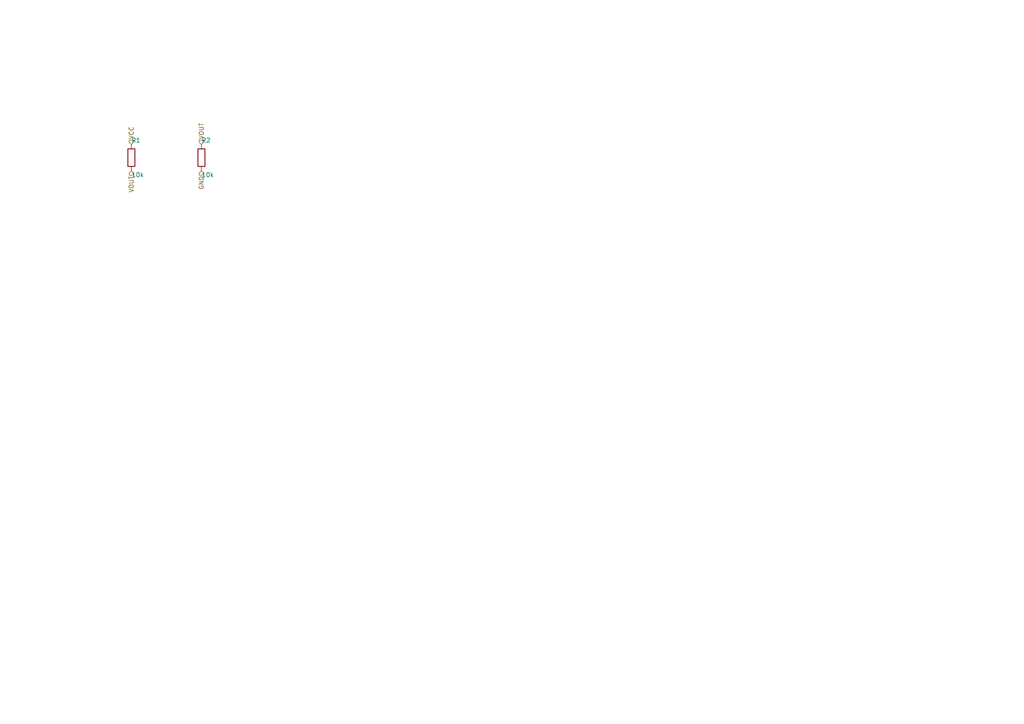
<source format=kicad_sch>
(kicad_sch (version 20250114) (generator "kicad_api") (generator_version "9.0")
  (paper "A4")
  (lib_symbols
    (symbol "Device:R" (pin_numbers hide) (pin_names (offset 0.254))
      (property "Reference" "R" (at 0 0 0))
      (property "Value" "R" (at 0 -2.54 0))
      (symbol "R_0_1"
        (rectangle (start -1.016 -2.54) (end 1.016 2.54) (stroke (width 0.254)))
      )
      (symbol "R_1_1"
        (pin passive line (at 0.0 3.81 270.0) (length 1.27) (name ~) (number "1"))
        (pin passive line (at 0.0 -3.81 90.0) (length 1.27) (name ~) (number "2"))
      )
    )
  )
  (title_block (title auto_update_demo) (date 2025-08-04) (company Circuit-Synth))
  (symbol (lib_id "Device:R") (at 38.1 45.72 0) (unit 1)
    (property "Reference" "R1" (at 38.1 40.72 0) (effects (justify left)))
    (property "Value" "10k" (at 38.1 50.72 0) (effects (justify left)))
    (property "Footprint" "Resistor_SMD:R_0603_1608Metric" (effects (hide yes)))
  )
  (symbol (lib_id "Device:R") (at 58.42 45.72 0) (unit 1)
    (property "Reference" "R2" (at 58.42 40.72 0) (effects (justify left)))
    (property "Value" "10k" (at 58.42 50.72 0) (effects (justify left)))
    (property "Footprint" "Resistor_SMD:R_0603_1608Metric" (effects (hide yes)))
  )
  (hierarchical_label VCC (shape input) (at 38.1 41.91 90))
  (hierarchical_label VOUT (shape input) (at 38.1 49.53 270))
  (hierarchical_label VOUT (shape input) (at 58.42 41.91 90))
  (hierarchical_label GND (shape input) (at 58.42 49.53 270))
)
</source>
